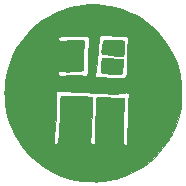
<source format=gbo>
%TF.GenerationSoftware,KiCad,Pcbnew,9.0.7*%
%TF.CreationDate,2026-01-24T13:01:46+00:00*%
%TF.ProjectId,bcm-power-supply,62636d2d-706f-4776-9572-2d737570706c,rev03*%
%TF.SameCoordinates,Original*%
%TF.FileFunction,Legend,Bot*%
%TF.FilePolarity,Positive*%
%FSLAX46Y46*%
G04 Gerber Fmt 4.6, Leading zero omitted, Abs format (unit mm)*
G04 Created by KiCad (PCBNEW 9.0.7) date 2026-01-24 13:01:46*
%MOMM*%
%LPD*%
G01*
G04 APERTURE LIST*
%ADD10C,0.010000*%
G04 APERTURE END LIST*
D10*
%TO.C,Ref\u002A\u002A*%
X112050843Y-80780695D02*
X112207214Y-80784799D01*
X112401221Y-80790971D01*
X112509194Y-80794617D01*
X112682702Y-80801149D01*
X112822114Y-80807615D01*
X112932802Y-80814441D01*
X113020141Y-80822052D01*
X113089504Y-80830873D01*
X113146265Y-80841328D01*
X113195798Y-80853844D01*
X113199245Y-80854837D01*
X113273423Y-80878140D01*
X113331163Y-80899716D01*
X113360221Y-80915011D01*
X113363238Y-80924245D01*
X113366604Y-80972278D01*
X113366933Y-81057509D01*
X113364279Y-81176649D01*
X113358699Y-81326411D01*
X113350248Y-81503506D01*
X113343205Y-81637801D01*
X113335437Y-81778543D01*
X113328613Y-81885949D01*
X113322072Y-81965072D01*
X113315154Y-82020966D01*
X113307198Y-82058684D01*
X113297543Y-82083278D01*
X113285527Y-82099801D01*
X113270491Y-82113308D01*
X113245242Y-82130805D01*
X113213860Y-82142136D01*
X113168466Y-82147025D01*
X113099670Y-82146438D01*
X112998081Y-82141342D01*
X112696607Y-82121629D01*
X112372862Y-82094302D01*
X112089173Y-82062828D01*
X111844397Y-82027076D01*
X111637390Y-81986917D01*
X111580905Y-81973439D01*
X111516917Y-81952158D01*
X111474345Y-81923338D01*
X111449961Y-81880086D01*
X111440532Y-81815509D01*
X111442829Y-81722714D01*
X111453620Y-81594808D01*
X111470451Y-81441518D01*
X111492792Y-81283924D01*
X111518042Y-81142280D01*
X111544875Y-81023165D01*
X111571965Y-80933158D01*
X111597985Y-80878838D01*
X111617841Y-80852824D01*
X111641496Y-80828139D01*
X111670103Y-80809099D01*
X111708332Y-80795193D01*
X111760851Y-80785911D01*
X111832330Y-80780741D01*
X111927438Y-80779172D01*
X112050843Y-80780695D01*
G36*
X112050843Y-80780695D02*
G01*
X112207214Y-80784799D01*
X112401221Y-80790971D01*
X112509194Y-80794617D01*
X112682702Y-80801149D01*
X112822114Y-80807615D01*
X112932802Y-80814441D01*
X113020141Y-80822052D01*
X113089504Y-80830873D01*
X113146265Y-80841328D01*
X113195798Y-80853844D01*
X113199245Y-80854837D01*
X113273423Y-80878140D01*
X113331163Y-80899716D01*
X113360221Y-80915011D01*
X113363238Y-80924245D01*
X113366604Y-80972278D01*
X113366933Y-81057509D01*
X113364279Y-81176649D01*
X113358699Y-81326411D01*
X113350248Y-81503506D01*
X113343205Y-81637801D01*
X113335437Y-81778543D01*
X113328613Y-81885949D01*
X113322072Y-81965072D01*
X113315154Y-82020966D01*
X113307198Y-82058684D01*
X113297543Y-82083278D01*
X113285527Y-82099801D01*
X113270491Y-82113308D01*
X113245242Y-82130805D01*
X113213860Y-82142136D01*
X113168466Y-82147025D01*
X113099670Y-82146438D01*
X112998081Y-82141342D01*
X112696607Y-82121629D01*
X112372862Y-82094302D01*
X112089173Y-82062828D01*
X111844397Y-82027076D01*
X111637390Y-81986917D01*
X111580905Y-81973439D01*
X111516917Y-81952158D01*
X111474345Y-81923338D01*
X111449961Y-81880086D01*
X111440532Y-81815509D01*
X111442829Y-81722714D01*
X111453620Y-81594808D01*
X111470451Y-81441518D01*
X111492792Y-81283924D01*
X111518042Y-81142280D01*
X111544875Y-81023165D01*
X111571965Y-80933158D01*
X111597985Y-80878838D01*
X111617841Y-80852824D01*
X111641496Y-80828139D01*
X111670103Y-80809099D01*
X111708332Y-80795193D01*
X111760851Y-80785911D01*
X111832330Y-80780741D01*
X111927438Y-80779172D01*
X112050843Y-80780695D01*
G37*
X111829368Y-82339413D02*
X111976314Y-82341801D01*
X112269521Y-82358738D01*
X112595914Y-82392255D01*
X112614475Y-82394500D01*
X112752724Y-82410507D01*
X112882698Y-82424391D01*
X112995969Y-82435330D01*
X113084110Y-82442505D01*
X113138692Y-82445096D01*
X113168139Y-82445810D01*
X113230012Y-82454467D01*
X113257532Y-82471630D01*
X113260377Y-82495166D01*
X113260792Y-82555666D01*
X113258227Y-82642522D01*
X113253226Y-82746962D01*
X113246334Y-82860215D01*
X113238095Y-82973510D01*
X113229052Y-83078076D01*
X113219751Y-83165141D01*
X113210735Y-83225935D01*
X113204498Y-83262348D01*
X113192989Y-83359572D01*
X113188292Y-83448185D01*
X113187306Y-83498700D01*
X113178465Y-83584373D01*
X113159254Y-83635976D01*
X113128201Y-83658665D01*
X113127647Y-83658811D01*
X113072292Y-83666315D01*
X112981599Y-83670602D01*
X112862043Y-83671959D01*
X112720094Y-83670669D01*
X112562227Y-83667019D01*
X112394912Y-83661293D01*
X112224623Y-83653777D01*
X112057832Y-83644755D01*
X111901012Y-83634513D01*
X111760634Y-83623337D01*
X111643173Y-83611511D01*
X111555099Y-83599321D01*
X111502885Y-83587051D01*
X111498186Y-83585245D01*
X111449770Y-83562772D01*
X111413367Y-83534434D01*
X111388149Y-83495088D01*
X111373288Y-83439588D01*
X111367956Y-83362790D01*
X111371325Y-83259551D01*
X111382567Y-83124726D01*
X111400853Y-82953171D01*
X111401712Y-82945520D01*
X111414984Y-82826288D01*
X111427686Y-82710431D01*
X111438417Y-82610843D01*
X111445772Y-82540421D01*
X111449814Y-82499177D01*
X111457464Y-82437318D01*
X111470332Y-82393872D01*
X111494601Y-82365598D01*
X111536455Y-82349256D01*
X111602078Y-82341605D01*
X111697654Y-82339404D01*
X111829368Y-82339413D01*
G36*
X111829368Y-82339413D02*
G01*
X111976314Y-82341801D01*
X112269521Y-82358738D01*
X112595914Y-82392255D01*
X112614475Y-82394500D01*
X112752724Y-82410507D01*
X112882698Y-82424391D01*
X112995969Y-82435330D01*
X113084110Y-82442505D01*
X113138692Y-82445096D01*
X113168139Y-82445810D01*
X113230012Y-82454467D01*
X113257532Y-82471630D01*
X113260377Y-82495166D01*
X113260792Y-82555666D01*
X113258227Y-82642522D01*
X113253226Y-82746962D01*
X113246334Y-82860215D01*
X113238095Y-82973510D01*
X113229052Y-83078076D01*
X113219751Y-83165141D01*
X113210735Y-83225935D01*
X113204498Y-83262348D01*
X113192989Y-83359572D01*
X113188292Y-83448185D01*
X113187306Y-83498700D01*
X113178465Y-83584373D01*
X113159254Y-83635976D01*
X113128201Y-83658665D01*
X113127647Y-83658811D01*
X113072292Y-83666315D01*
X112981599Y-83670602D01*
X112862043Y-83671959D01*
X112720094Y-83670669D01*
X112562227Y-83667019D01*
X112394912Y-83661293D01*
X112224623Y-83653777D01*
X112057832Y-83644755D01*
X111901012Y-83634513D01*
X111760634Y-83623337D01*
X111643173Y-83611511D01*
X111555099Y-83599321D01*
X111502885Y-83587051D01*
X111498186Y-83585245D01*
X111449770Y-83562772D01*
X111413367Y-83534434D01*
X111388149Y-83495088D01*
X111373288Y-83439588D01*
X111367956Y-83362790D01*
X111371325Y-83259551D01*
X111382567Y-83124726D01*
X111400853Y-82953171D01*
X111401712Y-82945520D01*
X111414984Y-82826288D01*
X111427686Y-82710431D01*
X111438417Y-82610843D01*
X111445772Y-82540421D01*
X111449814Y-82499177D01*
X111457464Y-82437318D01*
X111470332Y-82393872D01*
X111494601Y-82365598D01*
X111536455Y-82349256D01*
X111602078Y-82341605D01*
X111697654Y-82339404D01*
X111829368Y-82339413D01*
G37*
X116757713Y-80824081D02*
X117072520Y-81280989D01*
X117350691Y-81758971D01*
X117592100Y-82257771D01*
X117796621Y-82777130D01*
X117964128Y-83316794D01*
X118094495Y-83876504D01*
X118187596Y-84456005D01*
X118192359Y-84498859D01*
X118202230Y-84631064D01*
X118209422Y-84794107D01*
X118213987Y-84979866D01*
X118215974Y-85180220D01*
X118215433Y-85387046D01*
X118214800Y-85430091D01*
X118212416Y-85592223D01*
X118206972Y-85787630D01*
X118199152Y-85965143D01*
X118189006Y-86116642D01*
X118176584Y-86234005D01*
X118156449Y-86371022D01*
X118050848Y-86928433D01*
X117910036Y-87468288D01*
X117735152Y-87986065D01*
X117727512Y-88005993D01*
X117662461Y-88163997D01*
X117581500Y-88345199D01*
X117489798Y-88539142D01*
X117392522Y-88735369D01*
X117294840Y-88923419D01*
X117201919Y-89092837D01*
X117118927Y-89233162D01*
X116935842Y-89512604D01*
X116605269Y-89958007D01*
X116244101Y-90377660D01*
X115854747Y-90769521D01*
X115439620Y-91131546D01*
X115001128Y-91461693D01*
X114541684Y-91757919D01*
X114063698Y-92018183D01*
X113569581Y-92240441D01*
X113359442Y-92322522D01*
X113032216Y-92437757D01*
X112708950Y-92534714D01*
X112380520Y-92615550D01*
X112037802Y-92682419D01*
X111671669Y-92737477D01*
X111272998Y-92782878D01*
X111233240Y-92784756D01*
X111155939Y-92786087D01*
X111049065Y-92786710D01*
X110919201Y-92786612D01*
X110772928Y-92785781D01*
X110616831Y-92784203D01*
X110354491Y-92778719D01*
X110093181Y-92767000D01*
X109853753Y-92748109D01*
X109625577Y-92720748D01*
X109398022Y-92683620D01*
X109160456Y-92635426D01*
X108902249Y-92574868D01*
X108531495Y-92472996D01*
X108011411Y-92293947D01*
X107509483Y-92078313D01*
X107027276Y-91827749D01*
X106566356Y-91543913D01*
X106128289Y-91228462D01*
X105714642Y-90883054D01*
X105326980Y-90509344D01*
X104966871Y-90108990D01*
X104635879Y-89683649D01*
X104432442Y-89379707D01*
X107418701Y-89379707D01*
X107420261Y-89423390D01*
X107421333Y-89430252D01*
X107450680Y-89526356D01*
X107497529Y-89589280D01*
X107555356Y-89617751D01*
X107617639Y-89610498D01*
X107677855Y-89566246D01*
X107729481Y-89483724D01*
X107742301Y-89449078D01*
X107766792Y-89350043D01*
X107790022Y-89212484D01*
X107811807Y-89038923D01*
X107831965Y-88831881D01*
X107850311Y-88593881D01*
X107866661Y-88327443D01*
X107880832Y-88035090D01*
X107892640Y-87719343D01*
X107901902Y-87382724D01*
X107908432Y-87027755D01*
X107909184Y-86975316D01*
X107913896Y-86693182D01*
X107919433Y-86449986D01*
X107926168Y-86242828D01*
X107934473Y-86068811D01*
X107944722Y-85925037D01*
X107957287Y-85808608D01*
X107972543Y-85716624D01*
X107990860Y-85646190D01*
X108012613Y-85594405D01*
X108038175Y-85558373D01*
X108067918Y-85535194D01*
X108102215Y-85521971D01*
X108141268Y-85517934D01*
X108218087Y-85515642D01*
X108326983Y-85515099D01*
X108462784Y-85516174D01*
X108620318Y-85518735D01*
X108794415Y-85522654D01*
X108979901Y-85527798D01*
X109171605Y-85534037D01*
X109364355Y-85541240D01*
X109552980Y-85549277D01*
X109732307Y-85558017D01*
X109897164Y-85567329D01*
X109989634Y-85573136D01*
X110176683Y-85586067D01*
X110325621Y-85598389D01*
X110439394Y-85610443D01*
X110520950Y-85622568D01*
X110573234Y-85635104D01*
X110599192Y-85648393D01*
X110609304Y-85664344D01*
X110625305Y-85726038D01*
X110635372Y-85824471D01*
X110639224Y-85956151D01*
X110636585Y-86117588D01*
X110635427Y-86152012D01*
X110631821Y-86263056D01*
X110627334Y-86405122D01*
X110622216Y-86570180D01*
X110616713Y-86750200D01*
X110611075Y-86937151D01*
X110605547Y-87123005D01*
X110605006Y-87141139D01*
X110598089Y-87348416D01*
X110589449Y-87572792D01*
X110579618Y-87802381D01*
X110569127Y-88025299D01*
X110558509Y-88229663D01*
X110548293Y-88403588D01*
X110540633Y-88529311D01*
X110531329Y-88697359D01*
X110523357Y-88858961D01*
X110517121Y-89005172D01*
X110513026Y-89127045D01*
X110511479Y-89215633D01*
X110510998Y-89456179D01*
X110595055Y-89528840D01*
X110667111Y-89578417D01*
X110745375Y-89598969D01*
X110815207Y-89578480D01*
X110875442Y-89516999D01*
X110923748Y-89445077D01*
X110924375Y-88564499D01*
X110924592Y-88441213D01*
X110925779Y-88187255D01*
X110927891Y-87927642D01*
X110930839Y-87666374D01*
X110934532Y-87407450D01*
X110938878Y-87154868D01*
X110943786Y-86912628D01*
X110949167Y-86684729D01*
X110954928Y-86475168D01*
X110960979Y-86287947D01*
X110967229Y-86127062D01*
X110973587Y-85996514D01*
X110979962Y-85900300D01*
X110986264Y-85842421D01*
X110995952Y-85791064D01*
X111017103Y-85724226D01*
X111050345Y-85680686D01*
X111103195Y-85655592D01*
X111183168Y-85644093D01*
X111297780Y-85641338D01*
X111345027Y-85641947D01*
X111437224Y-85644486D01*
X111558250Y-85648754D01*
X111702634Y-85654483D01*
X111864904Y-85661406D01*
X112039590Y-85669255D01*
X112221221Y-85677765D01*
X112404324Y-85686667D01*
X112583429Y-85695694D01*
X112753064Y-85704580D01*
X112907758Y-85713057D01*
X113042040Y-85720858D01*
X113150438Y-85727715D01*
X113227481Y-85733362D01*
X113267699Y-85737531D01*
X113317153Y-85751689D01*
X113350914Y-85780401D01*
X113367834Y-85829889D01*
X113370142Y-85906929D01*
X113360066Y-86018292D01*
X113351871Y-86089662D01*
X113340214Y-86202575D01*
X113330194Y-86317766D01*
X113321681Y-86439238D01*
X113314546Y-86570998D01*
X113308660Y-86717051D01*
X113303893Y-86881403D01*
X113300117Y-87068060D01*
X113297202Y-87281026D01*
X113295019Y-87524307D01*
X113293438Y-87801909D01*
X113292331Y-88117838D01*
X113292089Y-88209231D01*
X113291529Y-88444278D01*
X113291087Y-88665949D01*
X113290766Y-88870623D01*
X113290568Y-89054682D01*
X113290494Y-89214506D01*
X113290547Y-89346475D01*
X113290730Y-89446970D01*
X113291043Y-89512370D01*
X113291490Y-89539058D01*
X113293605Y-89548222D01*
X113316565Y-89590486D01*
X113355823Y-89639599D01*
X113410741Y-89684178D01*
X113482497Y-89707872D01*
X113549687Y-89695608D01*
X113603847Y-89647130D01*
X113610635Y-89636275D01*
X113620510Y-89614697D01*
X113628007Y-89585622D01*
X113633368Y-89544074D01*
X113636835Y-89485077D01*
X113638652Y-89403656D01*
X113639061Y-89294835D01*
X113638305Y-89153637D01*
X113636626Y-88975088D01*
X113636313Y-88942636D01*
X113635887Y-88651048D01*
X113640345Y-88391002D01*
X113649943Y-88152948D01*
X113664941Y-87927338D01*
X113669699Y-87864489D01*
X113680792Y-87680926D01*
X113688967Y-87478519D01*
X113694380Y-87251413D01*
X113697186Y-86993749D01*
X113697540Y-86699671D01*
X113697204Y-86543428D01*
X113697182Y-86363843D01*
X113697868Y-86217536D01*
X113699490Y-86099289D01*
X113702274Y-86003883D01*
X113706447Y-85926100D01*
X113712237Y-85860721D01*
X113719869Y-85802527D01*
X113729571Y-85746301D01*
X113741569Y-85686823D01*
X113750023Y-85645370D01*
X113770036Y-85522165D01*
X113773933Y-85430091D01*
X113760705Y-85362503D01*
X113729341Y-85312757D01*
X113678832Y-85274210D01*
X113666589Y-85267153D01*
X113642114Y-85254982D01*
X113615570Y-85247620D01*
X113580326Y-85245324D01*
X113529752Y-85248348D01*
X113457216Y-85256947D01*
X113356086Y-85271378D01*
X113219732Y-85291895D01*
X113116481Y-85307372D01*
X113026763Y-85320012D01*
X112946475Y-85329729D01*
X112869149Y-85336796D01*
X112788313Y-85341485D01*
X112697499Y-85344067D01*
X112590237Y-85344815D01*
X112460057Y-85344000D01*
X112300489Y-85341895D01*
X112105065Y-85338772D01*
X112085907Y-85338446D01*
X111871165Y-85333536D01*
X111635193Y-85326186D01*
X111390702Y-85316916D01*
X111150406Y-85306245D01*
X110927017Y-85294691D01*
X110733248Y-85282774D01*
X110669165Y-85278403D01*
X110250000Y-85250000D01*
X109870771Y-85224690D01*
X109529489Y-85202399D01*
X109224163Y-85183050D01*
X108952803Y-85166569D01*
X108713421Y-85152881D01*
X108504026Y-85141909D01*
X108322628Y-85133580D01*
X108167238Y-85127818D01*
X108035866Y-85124547D01*
X107926522Y-85123692D01*
X107837216Y-85125178D01*
X107765959Y-85128929D01*
X107710761Y-85134872D01*
X107669631Y-85142929D01*
X107640581Y-85153026D01*
X107621621Y-85165088D01*
X107602711Y-85183496D01*
X107588031Y-85207793D01*
X107582371Y-85242932D01*
X107584375Y-85299314D01*
X107592690Y-85387338D01*
X107593984Y-85401590D01*
X107598514Y-85479095D01*
X107602490Y-85589889D01*
X107605764Y-85726845D01*
X107608190Y-85882836D01*
X107609622Y-86050737D01*
X107609912Y-86223421D01*
X107609540Y-86319698D01*
X107607845Y-86485952D01*
X107604598Y-86649026D01*
X107599528Y-86813453D01*
X107592367Y-86983761D01*
X107582843Y-87164479D01*
X107570687Y-87360139D01*
X107555628Y-87575269D01*
X107537397Y-87814399D01*
X107515722Y-88082059D01*
X107490334Y-88382779D01*
X107460964Y-88721088D01*
X107458543Y-88748936D01*
X107445435Y-88909141D01*
X107434533Y-89058599D01*
X107426201Y-89191033D01*
X107420802Y-89300162D01*
X107418701Y-89379707D01*
X104432442Y-89379707D01*
X104335572Y-89234979D01*
X104067516Y-88764635D01*
X103833275Y-88274275D01*
X103634418Y-87765557D01*
X103472510Y-87240136D01*
X103349117Y-86699671D01*
X103317651Y-86527832D01*
X103290128Y-86360497D01*
X103268935Y-86205184D01*
X103253316Y-86052839D01*
X103242514Y-85894410D01*
X103235771Y-85720843D01*
X103232331Y-85523087D01*
X103231438Y-85292088D01*
X103231479Y-85253522D01*
X103233022Y-85023392D01*
X103237364Y-84825104D01*
X103245338Y-84649593D01*
X103257776Y-84487794D01*
X103275513Y-84330643D01*
X103299379Y-84169074D01*
X103330209Y-83994022D01*
X103368835Y-83796422D01*
X103414821Y-83587010D01*
X107733146Y-83587010D01*
X107738568Y-83666706D01*
X107774121Y-83742864D01*
X107837624Y-83804085D01*
X107843690Y-83807901D01*
X107929696Y-83840578D01*
X108041195Y-83847969D01*
X108182664Y-83830416D01*
X108227013Y-83824075D01*
X108319526Y-83815504D01*
X108443694Y-83807277D01*
X108593371Y-83799737D01*
X108762409Y-83793224D01*
X108944664Y-83788080D01*
X108989724Y-83787050D01*
X109173746Y-83783421D01*
X109323714Y-83781748D01*
X109446404Y-83782192D01*
X109548590Y-83784912D01*
X109637046Y-83790069D01*
X109718546Y-83797824D01*
X109799866Y-83808337D01*
X109850472Y-83815230D01*
X109989151Y-83828988D01*
X110091913Y-83829552D01*
X110162098Y-83816773D01*
X110163923Y-83815602D01*
X110906824Y-83815602D01*
X110908411Y-83848001D01*
X110934296Y-83882891D01*
X110978794Y-83919596D01*
X110984857Y-83923269D01*
X111004205Y-83931732D01*
X111032053Y-83939025D01*
X111072158Y-83945380D01*
X111128280Y-83951026D01*
X111204176Y-83956195D01*
X111303604Y-83961117D01*
X111430323Y-83966022D01*
X111588091Y-83971140D01*
X111780666Y-83976703D01*
X112011806Y-83982940D01*
X112024489Y-83983276D01*
X112302260Y-83990682D01*
X112540984Y-83996978D01*
X112743804Y-84001964D01*
X112913864Y-84005438D01*
X113054306Y-84007200D01*
X113168274Y-84007047D01*
X113258912Y-84004779D01*
X113329363Y-84000195D01*
X113382770Y-83993094D01*
X113422277Y-83983274D01*
X113451027Y-83970534D01*
X113472162Y-83954674D01*
X113488828Y-83935492D01*
X113504166Y-83912787D01*
X113521321Y-83886358D01*
X113546019Y-83842870D01*
X113560916Y-83794357D01*
X113568421Y-83728429D01*
X113570964Y-83632666D01*
X113572229Y-83518960D01*
X113574879Y-83356565D01*
X113578613Y-83169249D01*
X113583246Y-82963735D01*
X113588593Y-82746748D01*
X113594467Y-82525014D01*
X113600685Y-82305258D01*
X113607062Y-82094203D01*
X113613411Y-81898576D01*
X113619549Y-81725101D01*
X113625289Y-81580502D01*
X113630447Y-81471505D01*
X113634291Y-81400359D01*
X113645222Y-81196588D01*
X113653825Y-81029747D01*
X113660046Y-80895753D01*
X113663827Y-80790527D01*
X113665111Y-80709988D01*
X113663843Y-80650052D01*
X113659965Y-80606641D01*
X113653421Y-80575671D01*
X113644155Y-80553063D01*
X113632111Y-80534735D01*
X113617231Y-80516605D01*
X113562487Y-80451545D01*
X113190326Y-80465899D01*
X113099677Y-80469107D01*
X112992988Y-80471520D01*
X112895847Y-80471328D01*
X112799664Y-80468064D01*
X112695849Y-80461263D01*
X112575814Y-80450456D01*
X112430970Y-80435178D01*
X112252729Y-80414962D01*
X112062436Y-80393384D01*
X111888607Y-80374908D01*
X111748198Y-80361900D01*
X111636739Y-80354246D01*
X111549755Y-80351834D01*
X111482774Y-80354549D01*
X111431324Y-80362281D01*
X111390932Y-80374915D01*
X111357125Y-80392338D01*
X111344572Y-80400349D01*
X111302036Y-80433792D01*
X111269123Y-80474743D01*
X111244262Y-80529005D01*
X111225881Y-80602383D01*
X111213891Y-80689870D01*
X111212410Y-80700681D01*
X111202277Y-80829703D01*
X111193911Y-80995255D01*
X111184440Y-81174659D01*
X111168599Y-81407878D01*
X111148028Y-81667222D01*
X111123561Y-81944378D01*
X111096030Y-82231034D01*
X111066267Y-82518877D01*
X111035104Y-82799594D01*
X111003374Y-83064871D01*
X110971909Y-83306397D01*
X110941541Y-83515859D01*
X110935843Y-83553568D01*
X110921394Y-83659824D01*
X110911436Y-83750023D01*
X110906824Y-83815602D01*
X110163923Y-83815602D01*
X110203044Y-83790505D01*
X110210391Y-83779551D01*
X110233498Y-83732858D01*
X110258216Y-83671010D01*
X110264861Y-83649209D01*
X110272565Y-83611113D01*
X110279006Y-83559274D01*
X110284373Y-83489608D01*
X110288854Y-83398031D01*
X110292640Y-83280458D01*
X110295919Y-83132805D01*
X110298880Y-82950988D01*
X110301711Y-82730921D01*
X110302959Y-82633502D01*
X110308439Y-82328985D01*
X110316019Y-82059660D01*
X110325912Y-81820044D01*
X110338334Y-81604653D01*
X110353500Y-81408005D01*
X110357729Y-81359844D01*
X110370691Y-81212136D01*
X110382997Y-81071763D01*
X110393885Y-80947434D01*
X110402591Y-80847857D01*
X110408353Y-80781743D01*
X110409947Y-80763021D01*
X110414380Y-80689870D01*
X110411064Y-80644112D01*
X110397737Y-80613518D01*
X110372140Y-80585860D01*
X110361170Y-80576371D01*
X110303339Y-80536129D01*
X110237033Y-80499785D01*
X110234886Y-80498783D01*
X110192754Y-80481601D01*
X110149901Y-80471619D01*
X110095981Y-80468136D01*
X110020648Y-80470451D01*
X109913556Y-80477863D01*
X109818922Y-80483734D01*
X109680062Y-80489586D01*
X109516534Y-80494403D01*
X109335780Y-80498132D01*
X109145242Y-80500722D01*
X108952362Y-80502124D01*
X108764580Y-80502285D01*
X108589339Y-80501155D01*
X108434081Y-80498683D01*
X108306246Y-80494818D01*
X108213276Y-80489509D01*
X108113480Y-80482050D01*
X108039838Y-80479653D01*
X107986046Y-80483607D01*
X107940761Y-80494778D01*
X107892637Y-80514034D01*
X107844845Y-80539889D01*
X107789547Y-80596784D01*
X107774565Y-80666450D01*
X107800003Y-80748624D01*
X107817510Y-80778464D01*
X107890694Y-80852708D01*
X107988816Y-80893235D01*
X108111095Y-80899836D01*
X108256748Y-80872298D01*
X108266076Y-80869993D01*
X108326820Y-80861068D01*
X108419325Y-80853079D01*
X108537894Y-80846090D01*
X108676831Y-80840164D01*
X108830439Y-80835366D01*
X108993020Y-80831759D01*
X109158879Y-80829408D01*
X109322319Y-80828376D01*
X109477643Y-80828728D01*
X109619153Y-80830527D01*
X109741154Y-80833837D01*
X109837949Y-80838723D01*
X109903841Y-80845247D01*
X109933133Y-80853476D01*
X109946296Y-80884558D01*
X109954067Y-80952451D01*
X109955175Y-81057234D01*
X109949595Y-81200132D01*
X109937303Y-81382370D01*
X109918274Y-81605174D01*
X109909639Y-81716487D01*
X109899995Y-81896798D01*
X109892783Y-82105727D01*
X109888255Y-82335451D01*
X109886667Y-82578143D01*
X109886467Y-82731363D01*
X109885268Y-82901499D01*
X109882323Y-83037035D01*
X109876890Y-83142386D01*
X109868226Y-83221967D01*
X109855588Y-83280194D01*
X109838233Y-83321481D01*
X109815418Y-83350242D01*
X109786401Y-83370893D01*
X109750439Y-83387850D01*
X109699185Y-83402304D01*
X109608800Y-83414608D01*
X109500969Y-83419278D01*
X109496197Y-83419300D01*
X109404241Y-83422109D01*
X109285954Y-83428877D01*
X109156072Y-83438632D01*
X109029331Y-83450401D01*
X108973305Y-83456046D01*
X108777935Y-83472417D01*
X108611769Y-83479816D01*
X108465121Y-83478212D01*
X108328301Y-83467577D01*
X108191621Y-83447882D01*
X108131213Y-83438181D01*
X108004725Y-83425514D01*
X107908122Y-83430004D01*
X107834794Y-83452378D01*
X107778133Y-83493362D01*
X107760040Y-83515180D01*
X107733146Y-83587010D01*
X103414821Y-83587010D01*
X103422732Y-83550986D01*
X103570617Y-83017071D01*
X103756274Y-82499230D01*
X103978184Y-81999175D01*
X104234827Y-81518615D01*
X104524681Y-81059261D01*
X104846226Y-80622824D01*
X105197943Y-80211015D01*
X105578311Y-79825544D01*
X105985809Y-79468121D01*
X106418917Y-79140457D01*
X106876115Y-78844263D01*
X107355882Y-78581249D01*
X107856698Y-78353126D01*
X108377042Y-78161605D01*
X108744210Y-78051933D01*
X109292710Y-77924398D01*
X109845886Y-77838240D01*
X110401739Y-77793448D01*
X110958269Y-77790009D01*
X111513478Y-77827912D01*
X112065366Y-77907144D01*
X112611934Y-78027696D01*
X113151183Y-78189553D01*
X113190187Y-78202969D01*
X113707671Y-78402688D01*
X114199075Y-78634450D01*
X114667151Y-78899946D01*
X115114648Y-79200868D01*
X115544319Y-79538907D01*
X115958913Y-79915755D01*
X116018696Y-79974514D01*
X116406396Y-80388504D01*
X116665691Y-80709988D01*
X116757713Y-80824081D01*
G36*
X116757713Y-80824081D02*
G01*
X117072520Y-81280989D01*
X117350691Y-81758971D01*
X117592100Y-82257771D01*
X117796621Y-82777130D01*
X117964128Y-83316794D01*
X118094495Y-83876504D01*
X118187596Y-84456005D01*
X118192359Y-84498859D01*
X118202230Y-84631064D01*
X118209422Y-84794107D01*
X118213987Y-84979866D01*
X118215974Y-85180220D01*
X118215433Y-85387046D01*
X118214800Y-85430091D01*
X118212416Y-85592223D01*
X118206972Y-85787630D01*
X118199152Y-85965143D01*
X118189006Y-86116642D01*
X118176584Y-86234005D01*
X118156449Y-86371022D01*
X118050848Y-86928433D01*
X117910036Y-87468288D01*
X117735152Y-87986065D01*
X117727512Y-88005993D01*
X117662461Y-88163997D01*
X117581500Y-88345199D01*
X117489798Y-88539142D01*
X117392522Y-88735369D01*
X117294840Y-88923419D01*
X117201919Y-89092837D01*
X117118927Y-89233162D01*
X116935842Y-89512604D01*
X116605269Y-89958007D01*
X116244101Y-90377660D01*
X115854747Y-90769521D01*
X115439620Y-91131546D01*
X115001128Y-91461693D01*
X114541684Y-91757919D01*
X114063698Y-92018183D01*
X113569581Y-92240441D01*
X113359442Y-92322522D01*
X113032216Y-92437757D01*
X112708950Y-92534714D01*
X112380520Y-92615550D01*
X112037802Y-92682419D01*
X111671669Y-92737477D01*
X111272998Y-92782878D01*
X111233240Y-92784756D01*
X111155939Y-92786087D01*
X111049065Y-92786710D01*
X110919201Y-92786612D01*
X110772928Y-92785781D01*
X110616831Y-92784203D01*
X110354491Y-92778719D01*
X110093181Y-92767000D01*
X109853753Y-92748109D01*
X109625577Y-92720748D01*
X109398022Y-92683620D01*
X109160456Y-92635426D01*
X108902249Y-92574868D01*
X108531495Y-92472996D01*
X108011411Y-92293947D01*
X107509483Y-92078313D01*
X107027276Y-91827749D01*
X106566356Y-91543913D01*
X106128289Y-91228462D01*
X105714642Y-90883054D01*
X105326980Y-90509344D01*
X104966871Y-90108990D01*
X104635879Y-89683649D01*
X104432442Y-89379707D01*
X107418701Y-89379707D01*
X107420261Y-89423390D01*
X107421333Y-89430252D01*
X107450680Y-89526356D01*
X107497529Y-89589280D01*
X107555356Y-89617751D01*
X107617639Y-89610498D01*
X107677855Y-89566246D01*
X107729481Y-89483724D01*
X107742301Y-89449078D01*
X107766792Y-89350043D01*
X107790022Y-89212484D01*
X107811807Y-89038923D01*
X107831965Y-88831881D01*
X107850311Y-88593881D01*
X107866661Y-88327443D01*
X107880832Y-88035090D01*
X107892640Y-87719343D01*
X107901902Y-87382724D01*
X107908432Y-87027755D01*
X107909184Y-86975316D01*
X107913896Y-86693182D01*
X107919433Y-86449986D01*
X107926168Y-86242828D01*
X107934473Y-86068811D01*
X107944722Y-85925037D01*
X107957287Y-85808608D01*
X107972543Y-85716624D01*
X107990860Y-85646190D01*
X108012613Y-85594405D01*
X108038175Y-85558373D01*
X108067918Y-85535194D01*
X108102215Y-85521971D01*
X108141268Y-85517934D01*
X108218087Y-85515642D01*
X108326983Y-85515099D01*
X108462784Y-85516174D01*
X108620318Y-85518735D01*
X108794415Y-85522654D01*
X108979901Y-85527798D01*
X109171605Y-85534037D01*
X109364355Y-85541240D01*
X109552980Y-85549277D01*
X109732307Y-85558017D01*
X109897164Y-85567329D01*
X109989634Y-85573136D01*
X110176683Y-85586067D01*
X110325621Y-85598389D01*
X110439394Y-85610443D01*
X110520950Y-85622568D01*
X110573234Y-85635104D01*
X110599192Y-85648393D01*
X110609304Y-85664344D01*
X110625305Y-85726038D01*
X110635372Y-85824471D01*
X110639224Y-85956151D01*
X110636585Y-86117588D01*
X110635427Y-86152012D01*
X110631821Y-86263056D01*
X110627334Y-86405122D01*
X110622216Y-86570180D01*
X110616713Y-86750200D01*
X110611075Y-86937151D01*
X110605547Y-87123005D01*
X110605006Y-87141139D01*
X110598089Y-87348416D01*
X110589449Y-87572792D01*
X110579618Y-87802381D01*
X110569127Y-88025299D01*
X110558509Y-88229663D01*
X110548293Y-88403588D01*
X110540633Y-88529311D01*
X110531329Y-88697359D01*
X110523357Y-88858961D01*
X110517121Y-89005172D01*
X110513026Y-89127045D01*
X110511479Y-89215633D01*
X110510998Y-89456179D01*
X110595055Y-89528840D01*
X110667111Y-89578417D01*
X110745375Y-89598969D01*
X110815207Y-89578480D01*
X110875442Y-89516999D01*
X110923748Y-89445077D01*
X110924375Y-88564499D01*
X110924592Y-88441213D01*
X110925779Y-88187255D01*
X110927891Y-87927642D01*
X110930839Y-87666374D01*
X110934532Y-87407450D01*
X110938878Y-87154868D01*
X110943786Y-86912628D01*
X110949167Y-86684729D01*
X110954928Y-86475168D01*
X110960979Y-86287947D01*
X110967229Y-86127062D01*
X110973587Y-85996514D01*
X110979962Y-85900300D01*
X110986264Y-85842421D01*
X110995952Y-85791064D01*
X111017103Y-85724226D01*
X111050345Y-85680686D01*
X111103195Y-85655592D01*
X111183168Y-85644093D01*
X111297780Y-85641338D01*
X111345027Y-85641947D01*
X111437224Y-85644486D01*
X111558250Y-85648754D01*
X111702634Y-85654483D01*
X111864904Y-85661406D01*
X112039590Y-85669255D01*
X112221221Y-85677765D01*
X112404324Y-85686667D01*
X112583429Y-85695694D01*
X112753064Y-85704580D01*
X112907758Y-85713057D01*
X113042040Y-85720858D01*
X113150438Y-85727715D01*
X113227481Y-85733362D01*
X113267699Y-85737531D01*
X113317153Y-85751689D01*
X113350914Y-85780401D01*
X113367834Y-85829889D01*
X113370142Y-85906929D01*
X113360066Y-86018292D01*
X113351871Y-86089662D01*
X113340214Y-86202575D01*
X113330194Y-86317766D01*
X113321681Y-86439238D01*
X113314546Y-86570998D01*
X113308660Y-86717051D01*
X113303893Y-86881403D01*
X113300117Y-87068060D01*
X113297202Y-87281026D01*
X113295019Y-87524307D01*
X113293438Y-87801909D01*
X113292331Y-88117838D01*
X113292089Y-88209231D01*
X113291529Y-88444278D01*
X113291087Y-88665949D01*
X113290766Y-88870623D01*
X113290568Y-89054682D01*
X113290494Y-89214506D01*
X113290547Y-89346475D01*
X113290730Y-89446970D01*
X113291043Y-89512370D01*
X113291490Y-89539058D01*
X113293605Y-89548222D01*
X113316565Y-89590486D01*
X113355823Y-89639599D01*
X113410741Y-89684178D01*
X113482497Y-89707872D01*
X113549687Y-89695608D01*
X113603847Y-89647130D01*
X113610635Y-89636275D01*
X113620510Y-89614697D01*
X113628007Y-89585622D01*
X113633368Y-89544074D01*
X113636835Y-89485077D01*
X113638652Y-89403656D01*
X113639061Y-89294835D01*
X113638305Y-89153637D01*
X113636626Y-88975088D01*
X113636313Y-88942636D01*
X113635887Y-88651048D01*
X113640345Y-88391002D01*
X113649943Y-88152948D01*
X113664941Y-87927338D01*
X113669699Y-87864489D01*
X113680792Y-87680926D01*
X113688967Y-87478519D01*
X113694380Y-87251413D01*
X113697186Y-86993749D01*
X113697540Y-86699671D01*
X113697204Y-86543428D01*
X113697182Y-86363843D01*
X113697868Y-86217536D01*
X113699490Y-86099289D01*
X113702274Y-86003883D01*
X113706447Y-85926100D01*
X113712237Y-85860721D01*
X113719869Y-85802527D01*
X113729571Y-85746301D01*
X113741569Y-85686823D01*
X113750023Y-85645370D01*
X113770036Y-85522165D01*
X113773933Y-85430091D01*
X113760705Y-85362503D01*
X113729341Y-85312757D01*
X113678832Y-85274210D01*
X113666589Y-85267153D01*
X113642114Y-85254982D01*
X113615570Y-85247620D01*
X113580326Y-85245324D01*
X113529752Y-85248348D01*
X113457216Y-85256947D01*
X113356086Y-85271378D01*
X113219732Y-85291895D01*
X113116481Y-85307372D01*
X113026763Y-85320012D01*
X112946475Y-85329729D01*
X112869149Y-85336796D01*
X112788313Y-85341485D01*
X112697499Y-85344067D01*
X112590237Y-85344815D01*
X112460057Y-85344000D01*
X112300489Y-85341895D01*
X112105065Y-85338772D01*
X112085907Y-85338446D01*
X111871165Y-85333536D01*
X111635193Y-85326186D01*
X111390702Y-85316916D01*
X111150406Y-85306245D01*
X110927017Y-85294691D01*
X110733248Y-85282774D01*
X110669165Y-85278403D01*
X110250000Y-85250000D01*
X109870771Y-85224690D01*
X109529489Y-85202399D01*
X109224163Y-85183050D01*
X108952803Y-85166569D01*
X108713421Y-85152881D01*
X108504026Y-85141909D01*
X108322628Y-85133580D01*
X108167238Y-85127818D01*
X108035866Y-85124547D01*
X107926522Y-85123692D01*
X107837216Y-85125178D01*
X107765959Y-85128929D01*
X107710761Y-85134872D01*
X107669631Y-85142929D01*
X107640581Y-85153026D01*
X107621621Y-85165088D01*
X107602711Y-85183496D01*
X107588031Y-85207793D01*
X107582371Y-85242932D01*
X107584375Y-85299314D01*
X107592690Y-85387338D01*
X107593984Y-85401590D01*
X107598514Y-85479095D01*
X107602490Y-85589889D01*
X107605764Y-85726845D01*
X107608190Y-85882836D01*
X107609622Y-86050737D01*
X107609912Y-86223421D01*
X107609540Y-86319698D01*
X107607845Y-86485952D01*
X107604598Y-86649026D01*
X107599528Y-86813453D01*
X107592367Y-86983761D01*
X107582843Y-87164479D01*
X107570687Y-87360139D01*
X107555628Y-87575269D01*
X107537397Y-87814399D01*
X107515722Y-88082059D01*
X107490334Y-88382779D01*
X107460964Y-88721088D01*
X107458543Y-88748936D01*
X107445435Y-88909141D01*
X107434533Y-89058599D01*
X107426201Y-89191033D01*
X107420802Y-89300162D01*
X107418701Y-89379707D01*
X104432442Y-89379707D01*
X104335572Y-89234979D01*
X104067516Y-88764635D01*
X103833275Y-88274275D01*
X103634418Y-87765557D01*
X103472510Y-87240136D01*
X103349117Y-86699671D01*
X103317651Y-86527832D01*
X103290128Y-86360497D01*
X103268935Y-86205184D01*
X103253316Y-86052839D01*
X103242514Y-85894410D01*
X103235771Y-85720843D01*
X103232331Y-85523087D01*
X103231438Y-85292088D01*
X103231479Y-85253522D01*
X103233022Y-85023392D01*
X103237364Y-84825104D01*
X103245338Y-84649593D01*
X103257776Y-84487794D01*
X103275513Y-84330643D01*
X103299379Y-84169074D01*
X103330209Y-83994022D01*
X103368835Y-83796422D01*
X103414821Y-83587010D01*
X107733146Y-83587010D01*
X107738568Y-83666706D01*
X107774121Y-83742864D01*
X107837624Y-83804085D01*
X107843690Y-83807901D01*
X107929696Y-83840578D01*
X108041195Y-83847969D01*
X108182664Y-83830416D01*
X108227013Y-83824075D01*
X108319526Y-83815504D01*
X108443694Y-83807277D01*
X108593371Y-83799737D01*
X108762409Y-83793224D01*
X108944664Y-83788080D01*
X108989724Y-83787050D01*
X109173746Y-83783421D01*
X109323714Y-83781748D01*
X109446404Y-83782192D01*
X109548590Y-83784912D01*
X109637046Y-83790069D01*
X109718546Y-83797824D01*
X109799866Y-83808337D01*
X109850472Y-83815230D01*
X109989151Y-83828988D01*
X110091913Y-83829552D01*
X110162098Y-83816773D01*
X110163923Y-83815602D01*
X110906824Y-83815602D01*
X110908411Y-83848001D01*
X110934296Y-83882891D01*
X110978794Y-83919596D01*
X110984857Y-83923269D01*
X111004205Y-83931732D01*
X111032053Y-83939025D01*
X111072158Y-83945380D01*
X111128280Y-83951026D01*
X111204176Y-83956195D01*
X111303604Y-83961117D01*
X111430323Y-83966022D01*
X111588091Y-83971140D01*
X111780666Y-83976703D01*
X112011806Y-83982940D01*
X112024489Y-83983276D01*
X112302260Y-83990682D01*
X112540984Y-83996978D01*
X112743804Y-84001964D01*
X112913864Y-84005438D01*
X113054306Y-84007200D01*
X113168274Y-84007047D01*
X113258912Y-84004779D01*
X113329363Y-84000195D01*
X113382770Y-83993094D01*
X113422277Y-83983274D01*
X113451027Y-83970534D01*
X113472162Y-83954674D01*
X113488828Y-83935492D01*
X113504166Y-83912787D01*
X113521321Y-83886358D01*
X113546019Y-83842870D01*
X113560916Y-83794357D01*
X113568421Y-83728429D01*
X113570964Y-83632666D01*
X113572229Y-83518960D01*
X113574879Y-83356565D01*
X113578613Y-83169249D01*
X113583246Y-82963735D01*
X113588593Y-82746748D01*
X113594467Y-82525014D01*
X113600685Y-82305258D01*
X113607062Y-82094203D01*
X113613411Y-81898576D01*
X113619549Y-81725101D01*
X113625289Y-81580502D01*
X113630447Y-81471505D01*
X113634291Y-81400359D01*
X113645222Y-81196588D01*
X113653825Y-81029747D01*
X113660046Y-80895753D01*
X113663827Y-80790527D01*
X113665111Y-80709988D01*
X113663843Y-80650052D01*
X113659965Y-80606641D01*
X113653421Y-80575671D01*
X113644155Y-80553063D01*
X113632111Y-80534735D01*
X113617231Y-80516605D01*
X113562487Y-80451545D01*
X113190326Y-80465899D01*
X113099677Y-80469107D01*
X112992988Y-80471520D01*
X112895847Y-80471328D01*
X112799664Y-80468064D01*
X112695849Y-80461263D01*
X112575814Y-80450456D01*
X112430970Y-80435178D01*
X112252729Y-80414962D01*
X112062436Y-80393384D01*
X111888607Y-80374908D01*
X111748198Y-80361900D01*
X111636739Y-80354246D01*
X111549755Y-80351834D01*
X111482774Y-80354549D01*
X111431324Y-80362281D01*
X111390932Y-80374915D01*
X111357125Y-80392338D01*
X111344572Y-80400349D01*
X111302036Y-80433792D01*
X111269123Y-80474743D01*
X111244262Y-80529005D01*
X111225881Y-80602383D01*
X111213891Y-80689870D01*
X111212410Y-80700681D01*
X111202277Y-80829703D01*
X111193911Y-80995255D01*
X111184440Y-81174659D01*
X111168599Y-81407878D01*
X111148028Y-81667222D01*
X111123561Y-81944378D01*
X111096030Y-82231034D01*
X111066267Y-82518877D01*
X111035104Y-82799594D01*
X111003374Y-83064871D01*
X110971909Y-83306397D01*
X110941541Y-83515859D01*
X110935843Y-83553568D01*
X110921394Y-83659824D01*
X110911436Y-83750023D01*
X110906824Y-83815602D01*
X110163923Y-83815602D01*
X110203044Y-83790505D01*
X110210391Y-83779551D01*
X110233498Y-83732858D01*
X110258216Y-83671010D01*
X110264861Y-83649209D01*
X110272565Y-83611113D01*
X110279006Y-83559274D01*
X110284373Y-83489608D01*
X110288854Y-83398031D01*
X110292640Y-83280458D01*
X110295919Y-83132805D01*
X110298880Y-82950988D01*
X110301711Y-82730921D01*
X110302959Y-82633502D01*
X110308439Y-82328985D01*
X110316019Y-82059660D01*
X110325912Y-81820044D01*
X110338334Y-81604653D01*
X110353500Y-81408005D01*
X110357729Y-81359844D01*
X110370691Y-81212136D01*
X110382997Y-81071763D01*
X110393885Y-80947434D01*
X110402591Y-80847857D01*
X110408353Y-80781743D01*
X110409947Y-80763021D01*
X110414380Y-80689870D01*
X110411064Y-80644112D01*
X110397737Y-80613518D01*
X110372140Y-80585860D01*
X110361170Y-80576371D01*
X110303339Y-80536129D01*
X110237033Y-80499785D01*
X110234886Y-80498783D01*
X110192754Y-80481601D01*
X110149901Y-80471619D01*
X110095981Y-80468136D01*
X110020648Y-80470451D01*
X109913556Y-80477863D01*
X109818922Y-80483734D01*
X109680062Y-80489586D01*
X109516534Y-80494403D01*
X109335780Y-80498132D01*
X109145242Y-80500722D01*
X108952362Y-80502124D01*
X108764580Y-80502285D01*
X108589339Y-80501155D01*
X108434081Y-80498683D01*
X108306246Y-80494818D01*
X108213276Y-80489509D01*
X108113480Y-80482050D01*
X108039838Y-80479653D01*
X107986046Y-80483607D01*
X107940761Y-80494778D01*
X107892637Y-80514034D01*
X107844845Y-80539889D01*
X107789547Y-80596784D01*
X107774565Y-80666450D01*
X107800003Y-80748624D01*
X107817510Y-80778464D01*
X107890694Y-80852708D01*
X107988816Y-80893235D01*
X108111095Y-80899836D01*
X108256748Y-80872298D01*
X108266076Y-80869993D01*
X108326820Y-80861068D01*
X108419325Y-80853079D01*
X108537894Y-80846090D01*
X108676831Y-80840164D01*
X108830439Y-80835366D01*
X108993020Y-80831759D01*
X109158879Y-80829408D01*
X109322319Y-80828376D01*
X109477643Y-80828728D01*
X109619153Y-80830527D01*
X109741154Y-80833837D01*
X109837949Y-80838723D01*
X109903841Y-80845247D01*
X109933133Y-80853476D01*
X109946296Y-80884558D01*
X109954067Y-80952451D01*
X109955175Y-81057234D01*
X109949595Y-81200132D01*
X109937303Y-81382370D01*
X109918274Y-81605174D01*
X109909639Y-81716487D01*
X109899995Y-81896798D01*
X109892783Y-82105727D01*
X109888255Y-82335451D01*
X109886667Y-82578143D01*
X109886467Y-82731363D01*
X109885268Y-82901499D01*
X109882323Y-83037035D01*
X109876890Y-83142386D01*
X109868226Y-83221967D01*
X109855588Y-83280194D01*
X109838233Y-83321481D01*
X109815418Y-83350242D01*
X109786401Y-83370893D01*
X109750439Y-83387850D01*
X109699185Y-83402304D01*
X109608800Y-83414608D01*
X109500969Y-83419278D01*
X109496197Y-83419300D01*
X109404241Y-83422109D01*
X109285954Y-83428877D01*
X109156072Y-83438632D01*
X109029331Y-83450401D01*
X108973305Y-83456046D01*
X108777935Y-83472417D01*
X108611769Y-83479816D01*
X108465121Y-83478212D01*
X108328301Y-83467577D01*
X108191621Y-83447882D01*
X108131213Y-83438181D01*
X108004725Y-83425514D01*
X107908122Y-83430004D01*
X107834794Y-83452378D01*
X107778133Y-83493362D01*
X107760040Y-83515180D01*
X107733146Y-83587010D01*
X103414821Y-83587010D01*
X103422732Y-83550986D01*
X103570617Y-83017071D01*
X103756274Y-82499230D01*
X103978184Y-81999175D01*
X104234827Y-81518615D01*
X104524681Y-81059261D01*
X104846226Y-80622824D01*
X105197943Y-80211015D01*
X105578311Y-79825544D01*
X105985809Y-79468121D01*
X106418917Y-79140457D01*
X106876115Y-78844263D01*
X107355882Y-78581249D01*
X107856698Y-78353126D01*
X108377042Y-78161605D01*
X108744210Y-78051933D01*
X109292710Y-77924398D01*
X109845886Y-77838240D01*
X110401739Y-77793448D01*
X110958269Y-77790009D01*
X111513478Y-77827912D01*
X112065366Y-77907144D01*
X112611934Y-78027696D01*
X113151183Y-78189553D01*
X113190187Y-78202969D01*
X113707671Y-78402688D01*
X114199075Y-78634450D01*
X114667151Y-78899946D01*
X115114648Y-79200868D01*
X115544319Y-79538907D01*
X115958913Y-79915755D01*
X116018696Y-79974514D01*
X116406396Y-80388504D01*
X116665691Y-80709988D01*
X116757713Y-80824081D01*
G37*
%TD*%
M02*

</source>
